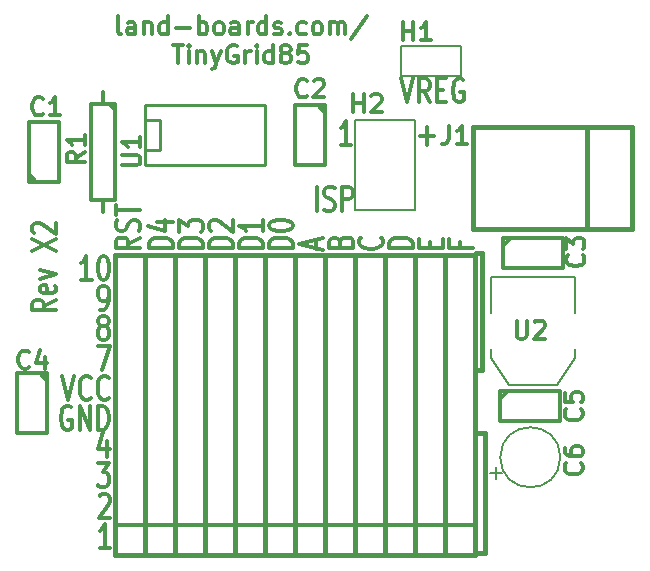
<source format=gto>
G04 (created by PCBNEW (2013-05-31 BZR 4019)-stable) date 7/5/2014 4:02:46 PM*
%MOIN*%
G04 Gerber Fmt 3.4, Leading zero omitted, Abs format*
%FSLAX34Y34*%
G01*
G70*
G90*
G04 APERTURE LIST*
%ADD10C,0.00590551*%
%ADD11C,0.012*%
%ADD12C,0.015*%
%ADD13C,0.008*%
%ADD14C,0.01*%
%ADD15C,0.006*%
%ADD16C,0.005*%
G04 APERTURE END LIST*
G54D10*
G54D11*
X5523Y-14000D02*
X5142Y-14200D01*
X5523Y-14342D02*
X4723Y-14342D01*
X4723Y-14114D01*
X4761Y-14057D01*
X4800Y-14028D01*
X4876Y-14000D01*
X4990Y-14000D01*
X5066Y-14028D01*
X5104Y-14057D01*
X5142Y-14114D01*
X5142Y-14342D01*
X5485Y-13514D02*
X5523Y-13571D01*
X5523Y-13685D01*
X5485Y-13742D01*
X5409Y-13771D01*
X5104Y-13771D01*
X5028Y-13742D01*
X4990Y-13685D01*
X4990Y-13571D01*
X5028Y-13514D01*
X5104Y-13485D01*
X5180Y-13485D01*
X5257Y-13771D01*
X4990Y-13285D02*
X5523Y-13142D01*
X4990Y-13000D01*
X4723Y-12371D02*
X5523Y-11971D01*
X4723Y-11971D02*
X5523Y-12371D01*
X4800Y-11771D02*
X4761Y-11742D01*
X4723Y-11685D01*
X4723Y-11542D01*
X4761Y-11485D01*
X4800Y-11457D01*
X4876Y-11428D01*
X4952Y-11428D01*
X5066Y-11457D01*
X5523Y-11800D01*
X5523Y-11428D01*
X17671Y-8519D02*
X18128Y-8519D01*
X17900Y-8823D02*
X17900Y-8214D01*
X14214Y-11023D02*
X14214Y-10223D01*
X14471Y-10985D02*
X14557Y-11023D01*
X14700Y-11023D01*
X14757Y-10985D01*
X14785Y-10947D01*
X14814Y-10871D01*
X14814Y-10795D01*
X14785Y-10719D01*
X14757Y-10680D01*
X14700Y-10642D01*
X14585Y-10604D01*
X14528Y-10566D01*
X14500Y-10528D01*
X14471Y-10452D01*
X14471Y-10376D01*
X14500Y-10300D01*
X14528Y-10261D01*
X14585Y-10223D01*
X14728Y-10223D01*
X14814Y-10261D01*
X15071Y-11023D02*
X15071Y-10223D01*
X15300Y-10223D01*
X15357Y-10261D01*
X15385Y-10300D01*
X15414Y-10376D01*
X15414Y-10490D01*
X15385Y-10566D01*
X15357Y-10604D01*
X15300Y-10642D01*
X15071Y-10642D01*
X15371Y-8823D02*
X15028Y-8823D01*
X15200Y-8823D02*
X15200Y-8023D01*
X15142Y-8138D01*
X15085Y-8214D01*
X15028Y-8252D01*
X17038Y-6610D02*
X17238Y-7410D01*
X17438Y-6610D01*
X17981Y-7410D02*
X17781Y-7029D01*
X17638Y-7410D02*
X17638Y-6610D01*
X17867Y-6610D01*
X17924Y-6648D01*
X17953Y-6686D01*
X17981Y-6762D01*
X17981Y-6877D01*
X17953Y-6953D01*
X17924Y-6991D01*
X17867Y-7029D01*
X17638Y-7029D01*
X18238Y-6991D02*
X18438Y-6991D01*
X18524Y-7410D02*
X18238Y-7410D01*
X18238Y-6610D01*
X18524Y-6610D01*
X19095Y-6648D02*
X19038Y-6610D01*
X18953Y-6610D01*
X18867Y-6648D01*
X18810Y-6724D01*
X18781Y-6800D01*
X18753Y-6953D01*
X18753Y-7067D01*
X18781Y-7219D01*
X18810Y-7296D01*
X18867Y-7372D01*
X18953Y-7410D01*
X19010Y-7410D01*
X19095Y-7372D01*
X19124Y-7334D01*
X19124Y-7067D01*
X19010Y-7067D01*
G54D12*
X19737Y-12437D02*
X19537Y-12437D01*
X19737Y-16337D02*
X19737Y-12437D01*
X19537Y-16337D02*
X19737Y-16337D01*
X19837Y-18437D02*
X19537Y-18437D01*
X19837Y-22437D02*
X19837Y-18437D01*
X19537Y-22437D02*
X19837Y-22437D01*
G54D11*
X7685Y-5142D02*
X7628Y-5114D01*
X7600Y-5057D01*
X7600Y-4542D01*
X8171Y-5142D02*
X8171Y-4828D01*
X8142Y-4771D01*
X8085Y-4742D01*
X7971Y-4742D01*
X7914Y-4771D01*
X8171Y-5114D02*
X8114Y-5142D01*
X7971Y-5142D01*
X7914Y-5114D01*
X7885Y-5057D01*
X7885Y-5000D01*
X7914Y-4942D01*
X7971Y-4914D01*
X8114Y-4914D01*
X8171Y-4885D01*
X8457Y-4742D02*
X8457Y-5142D01*
X8457Y-4800D02*
X8485Y-4771D01*
X8542Y-4742D01*
X8628Y-4742D01*
X8685Y-4771D01*
X8714Y-4828D01*
X8714Y-5142D01*
X9257Y-5142D02*
X9257Y-4542D01*
X9257Y-5114D02*
X9200Y-5142D01*
X9085Y-5142D01*
X9028Y-5114D01*
X9000Y-5085D01*
X8971Y-5028D01*
X8971Y-4857D01*
X9000Y-4800D01*
X9028Y-4771D01*
X9085Y-4742D01*
X9200Y-4742D01*
X9257Y-4771D01*
X9542Y-4914D02*
X10000Y-4914D01*
X10285Y-5142D02*
X10285Y-4542D01*
X10285Y-4771D02*
X10342Y-4742D01*
X10457Y-4742D01*
X10514Y-4771D01*
X10542Y-4800D01*
X10571Y-4857D01*
X10571Y-5028D01*
X10542Y-5085D01*
X10514Y-5114D01*
X10457Y-5142D01*
X10342Y-5142D01*
X10285Y-5114D01*
X10914Y-5142D02*
X10857Y-5114D01*
X10828Y-5085D01*
X10800Y-5028D01*
X10800Y-4857D01*
X10828Y-4800D01*
X10857Y-4771D01*
X10914Y-4742D01*
X11000Y-4742D01*
X11057Y-4771D01*
X11085Y-4800D01*
X11114Y-4857D01*
X11114Y-5028D01*
X11085Y-5085D01*
X11057Y-5114D01*
X11000Y-5142D01*
X10914Y-5142D01*
X11628Y-5142D02*
X11628Y-4828D01*
X11600Y-4771D01*
X11542Y-4742D01*
X11428Y-4742D01*
X11371Y-4771D01*
X11628Y-5114D02*
X11571Y-5142D01*
X11428Y-5142D01*
X11371Y-5114D01*
X11342Y-5057D01*
X11342Y-5000D01*
X11371Y-4942D01*
X11428Y-4914D01*
X11571Y-4914D01*
X11628Y-4885D01*
X11914Y-5142D02*
X11914Y-4742D01*
X11914Y-4857D02*
X11942Y-4800D01*
X11971Y-4771D01*
X12028Y-4742D01*
X12085Y-4742D01*
X12542Y-5142D02*
X12542Y-4542D01*
X12542Y-5114D02*
X12485Y-5142D01*
X12371Y-5142D01*
X12314Y-5114D01*
X12285Y-5085D01*
X12257Y-5028D01*
X12257Y-4857D01*
X12285Y-4800D01*
X12314Y-4771D01*
X12371Y-4742D01*
X12485Y-4742D01*
X12542Y-4771D01*
X12800Y-5114D02*
X12857Y-5142D01*
X12971Y-5142D01*
X13028Y-5114D01*
X13057Y-5057D01*
X13057Y-5028D01*
X13028Y-4971D01*
X12971Y-4942D01*
X12885Y-4942D01*
X12828Y-4914D01*
X12800Y-4857D01*
X12800Y-4828D01*
X12828Y-4771D01*
X12885Y-4742D01*
X12971Y-4742D01*
X13028Y-4771D01*
X13314Y-5085D02*
X13342Y-5114D01*
X13314Y-5142D01*
X13285Y-5114D01*
X13314Y-5085D01*
X13314Y-5142D01*
X13857Y-5114D02*
X13800Y-5142D01*
X13685Y-5142D01*
X13628Y-5114D01*
X13600Y-5085D01*
X13571Y-5028D01*
X13571Y-4857D01*
X13600Y-4800D01*
X13628Y-4771D01*
X13685Y-4742D01*
X13800Y-4742D01*
X13857Y-4771D01*
X14200Y-5142D02*
X14142Y-5114D01*
X14114Y-5085D01*
X14085Y-5028D01*
X14085Y-4857D01*
X14114Y-4800D01*
X14142Y-4771D01*
X14200Y-4742D01*
X14285Y-4742D01*
X14342Y-4771D01*
X14371Y-4800D01*
X14400Y-4857D01*
X14400Y-5028D01*
X14371Y-5085D01*
X14342Y-5114D01*
X14285Y-5142D01*
X14200Y-5142D01*
X14657Y-5142D02*
X14657Y-4742D01*
X14657Y-4800D02*
X14685Y-4771D01*
X14742Y-4742D01*
X14828Y-4742D01*
X14885Y-4771D01*
X14914Y-4828D01*
X14914Y-5142D01*
X14914Y-4828D02*
X14942Y-4771D01*
X15000Y-4742D01*
X15085Y-4742D01*
X15142Y-4771D01*
X15171Y-4828D01*
X15171Y-5142D01*
X15885Y-4514D02*
X15371Y-5285D01*
X9414Y-5502D02*
X9757Y-5502D01*
X9585Y-6102D02*
X9585Y-5502D01*
X9957Y-6102D02*
X9957Y-5702D01*
X9957Y-5502D02*
X9928Y-5531D01*
X9957Y-5560D01*
X9985Y-5531D01*
X9957Y-5502D01*
X9957Y-5560D01*
X10242Y-5702D02*
X10242Y-6102D01*
X10242Y-5760D02*
X10271Y-5731D01*
X10328Y-5702D01*
X10414Y-5702D01*
X10471Y-5731D01*
X10500Y-5788D01*
X10500Y-6102D01*
X10728Y-5702D02*
X10871Y-6102D01*
X11014Y-5702D02*
X10871Y-6102D01*
X10814Y-6245D01*
X10785Y-6274D01*
X10728Y-6302D01*
X11557Y-5531D02*
X11500Y-5502D01*
X11414Y-5502D01*
X11328Y-5531D01*
X11271Y-5588D01*
X11242Y-5645D01*
X11214Y-5760D01*
X11214Y-5845D01*
X11242Y-5960D01*
X11271Y-6017D01*
X11328Y-6074D01*
X11414Y-6102D01*
X11471Y-6102D01*
X11557Y-6074D01*
X11585Y-6045D01*
X11585Y-5845D01*
X11471Y-5845D01*
X11842Y-6102D02*
X11842Y-5702D01*
X11842Y-5817D02*
X11871Y-5760D01*
X11900Y-5731D01*
X11957Y-5702D01*
X12014Y-5702D01*
X12214Y-6102D02*
X12214Y-5702D01*
X12214Y-5502D02*
X12185Y-5531D01*
X12214Y-5560D01*
X12242Y-5531D01*
X12214Y-5502D01*
X12214Y-5560D01*
X12757Y-6102D02*
X12757Y-5502D01*
X12757Y-6074D02*
X12700Y-6102D01*
X12585Y-6102D01*
X12528Y-6074D01*
X12500Y-6045D01*
X12471Y-5988D01*
X12471Y-5817D01*
X12500Y-5760D01*
X12528Y-5731D01*
X12585Y-5702D01*
X12700Y-5702D01*
X12757Y-5731D01*
X13128Y-5760D02*
X13071Y-5731D01*
X13042Y-5702D01*
X13014Y-5645D01*
X13014Y-5617D01*
X13042Y-5560D01*
X13071Y-5531D01*
X13128Y-5502D01*
X13242Y-5502D01*
X13300Y-5531D01*
X13328Y-5560D01*
X13357Y-5617D01*
X13357Y-5645D01*
X13328Y-5702D01*
X13300Y-5731D01*
X13242Y-5760D01*
X13128Y-5760D01*
X13071Y-5788D01*
X13042Y-5817D01*
X13014Y-5874D01*
X13014Y-5988D01*
X13042Y-6045D01*
X13071Y-6074D01*
X13128Y-6102D01*
X13242Y-6102D01*
X13300Y-6074D01*
X13328Y-6045D01*
X13357Y-5988D01*
X13357Y-5874D01*
X13328Y-5817D01*
X13300Y-5788D01*
X13242Y-5760D01*
X13900Y-5502D02*
X13614Y-5502D01*
X13585Y-5788D01*
X13614Y-5760D01*
X13671Y-5731D01*
X13814Y-5731D01*
X13871Y-5760D01*
X13900Y-5788D01*
X13928Y-5845D01*
X13928Y-5988D01*
X13900Y-6045D01*
X13871Y-6074D01*
X13814Y-6102D01*
X13671Y-6102D01*
X13614Y-6074D01*
X13585Y-6045D01*
X7322Y-22260D02*
X6979Y-22260D01*
X7151Y-22260D02*
X7151Y-21460D01*
X7094Y-21575D01*
X7037Y-21651D01*
X6979Y-21689D01*
X6979Y-20537D02*
X7008Y-20498D01*
X7065Y-20460D01*
X7208Y-20460D01*
X7265Y-20498D01*
X7294Y-20537D01*
X7322Y-20613D01*
X7322Y-20689D01*
X7294Y-20803D01*
X6951Y-21260D01*
X7322Y-21260D01*
X6914Y-19423D02*
X7285Y-19423D01*
X7085Y-19728D01*
X7171Y-19728D01*
X7228Y-19766D01*
X7257Y-19804D01*
X7285Y-19880D01*
X7285Y-20071D01*
X7257Y-20147D01*
X7228Y-20185D01*
X7171Y-20223D01*
X7000Y-20223D01*
X6942Y-20185D01*
X6914Y-20147D01*
X7228Y-18690D02*
X7228Y-19223D01*
X7085Y-18385D02*
X6942Y-18957D01*
X7314Y-18957D01*
X6914Y-15523D02*
X7314Y-15523D01*
X7057Y-16323D01*
X7057Y-14866D02*
X7000Y-14828D01*
X6971Y-14790D01*
X6942Y-14714D01*
X6942Y-14676D01*
X6971Y-14600D01*
X7000Y-14561D01*
X7057Y-14523D01*
X7171Y-14523D01*
X7228Y-14561D01*
X7257Y-14600D01*
X7285Y-14676D01*
X7285Y-14714D01*
X7257Y-14790D01*
X7228Y-14828D01*
X7171Y-14866D01*
X7057Y-14866D01*
X7000Y-14904D01*
X6971Y-14942D01*
X6942Y-15019D01*
X6942Y-15171D01*
X6971Y-15247D01*
X7000Y-15285D01*
X7057Y-15323D01*
X7171Y-15323D01*
X7228Y-15285D01*
X7257Y-15247D01*
X7285Y-15171D01*
X7285Y-15019D01*
X7257Y-14942D01*
X7228Y-14904D01*
X7171Y-14866D01*
X7000Y-14323D02*
X7114Y-14323D01*
X7171Y-14285D01*
X7200Y-14247D01*
X7257Y-14133D01*
X7285Y-13980D01*
X7285Y-13676D01*
X7257Y-13600D01*
X7228Y-13561D01*
X7171Y-13523D01*
X7057Y-13523D01*
X7000Y-13561D01*
X6971Y-13600D01*
X6942Y-13676D01*
X6942Y-13866D01*
X6971Y-13942D01*
X7000Y-13980D01*
X7057Y-14019D01*
X7171Y-14019D01*
X7228Y-13980D01*
X7257Y-13942D01*
X7285Y-13866D01*
X6714Y-13323D02*
X6371Y-13323D01*
X6542Y-13323D02*
X6542Y-12523D01*
X6485Y-12638D01*
X6428Y-12714D01*
X6371Y-12752D01*
X7085Y-12523D02*
X7142Y-12523D01*
X7200Y-12561D01*
X7228Y-12600D01*
X7257Y-12676D01*
X7285Y-12828D01*
X7285Y-13019D01*
X7257Y-13171D01*
X7228Y-13247D01*
X7200Y-13285D01*
X7142Y-13323D01*
X7085Y-13323D01*
X7028Y-13285D01*
X7000Y-13247D01*
X6971Y-13171D01*
X6942Y-13019D01*
X6942Y-12828D01*
X6971Y-12676D01*
X7000Y-12600D01*
X7028Y-12561D01*
X7085Y-12523D01*
X19004Y-12057D02*
X19004Y-12257D01*
X19423Y-12257D02*
X18623Y-12257D01*
X18623Y-11971D01*
X18004Y-12257D02*
X18004Y-12057D01*
X18423Y-11971D02*
X18423Y-12257D01*
X17623Y-12257D01*
X17623Y-11971D01*
X17423Y-12257D02*
X16623Y-12257D01*
X16623Y-12114D01*
X16661Y-12028D01*
X16738Y-11971D01*
X16814Y-11942D01*
X16966Y-11914D01*
X17080Y-11914D01*
X17233Y-11942D01*
X17309Y-11971D01*
X17385Y-12028D01*
X17423Y-12114D01*
X17423Y-12257D01*
X16347Y-11914D02*
X16385Y-11942D01*
X16423Y-12028D01*
X16423Y-12085D01*
X16385Y-12171D01*
X16309Y-12228D01*
X16233Y-12257D01*
X16080Y-12285D01*
X15966Y-12285D01*
X15814Y-12257D01*
X15738Y-12228D01*
X15661Y-12171D01*
X15623Y-12085D01*
X15623Y-12028D01*
X15661Y-11942D01*
X15700Y-11914D01*
X14195Y-12285D02*
X14195Y-12000D01*
X14423Y-12342D02*
X13623Y-12142D01*
X14423Y-11942D01*
X15004Y-12057D02*
X15042Y-11971D01*
X15080Y-11942D01*
X15157Y-11914D01*
X15271Y-11914D01*
X15347Y-11942D01*
X15385Y-11971D01*
X15423Y-12028D01*
X15423Y-12257D01*
X14623Y-12257D01*
X14623Y-12057D01*
X14661Y-12000D01*
X14700Y-11971D01*
X14776Y-11942D01*
X14852Y-11942D01*
X14928Y-11971D01*
X14966Y-12000D01*
X15004Y-12057D01*
X15004Y-12257D01*
X6028Y-17561D02*
X5971Y-17523D01*
X5885Y-17523D01*
X5800Y-17561D01*
X5742Y-17638D01*
X5714Y-17714D01*
X5685Y-17866D01*
X5685Y-17980D01*
X5714Y-18133D01*
X5742Y-18209D01*
X5800Y-18285D01*
X5885Y-18323D01*
X5942Y-18323D01*
X6028Y-18285D01*
X6057Y-18247D01*
X6057Y-17980D01*
X5942Y-17980D01*
X6314Y-18323D02*
X6314Y-17523D01*
X6657Y-18323D01*
X6657Y-17523D01*
X6942Y-18323D02*
X6942Y-17523D01*
X7085Y-17523D01*
X7171Y-17561D01*
X7228Y-17638D01*
X7257Y-17714D01*
X7285Y-17866D01*
X7285Y-17980D01*
X7257Y-18133D01*
X7228Y-18209D01*
X7171Y-18285D01*
X7085Y-18323D01*
X6942Y-18323D01*
X5742Y-16523D02*
X5942Y-17323D01*
X6142Y-16523D01*
X6685Y-17247D02*
X6657Y-17285D01*
X6571Y-17323D01*
X6514Y-17323D01*
X6428Y-17285D01*
X6371Y-17209D01*
X6342Y-17133D01*
X6314Y-16980D01*
X6314Y-16866D01*
X6342Y-16714D01*
X6371Y-16638D01*
X6428Y-16561D01*
X6514Y-16523D01*
X6571Y-16523D01*
X6657Y-16561D01*
X6685Y-16600D01*
X7285Y-17247D02*
X7257Y-17285D01*
X7171Y-17323D01*
X7114Y-17323D01*
X7028Y-17285D01*
X6971Y-17209D01*
X6942Y-17133D01*
X6914Y-16980D01*
X6914Y-16866D01*
X6942Y-16714D01*
X6971Y-16638D01*
X7028Y-16561D01*
X7114Y-16523D01*
X7171Y-16523D01*
X7257Y-16561D01*
X7285Y-16600D01*
X8323Y-11914D02*
X7942Y-12114D01*
X8323Y-12257D02*
X7523Y-12257D01*
X7523Y-12028D01*
X7561Y-11971D01*
X7600Y-11942D01*
X7676Y-11914D01*
X7790Y-11914D01*
X7866Y-11942D01*
X7904Y-11971D01*
X7942Y-12028D01*
X7942Y-12257D01*
X8285Y-11685D02*
X8323Y-11600D01*
X8323Y-11457D01*
X8285Y-11400D01*
X8247Y-11371D01*
X8171Y-11342D01*
X8095Y-11342D01*
X8019Y-11371D01*
X7980Y-11400D01*
X7942Y-11457D01*
X7904Y-11571D01*
X7866Y-11628D01*
X7828Y-11657D01*
X7752Y-11685D01*
X7676Y-11685D01*
X7600Y-11657D01*
X7561Y-11628D01*
X7523Y-11571D01*
X7523Y-11428D01*
X7561Y-11342D01*
X7523Y-11171D02*
X7523Y-10828D01*
X8323Y-11000D02*
X7523Y-11000D01*
X9423Y-12257D02*
X8623Y-12257D01*
X8623Y-12114D01*
X8661Y-12028D01*
X8738Y-11971D01*
X8814Y-11942D01*
X8966Y-11914D01*
X9080Y-11914D01*
X9233Y-11942D01*
X9309Y-11971D01*
X9385Y-12028D01*
X9423Y-12114D01*
X9423Y-12257D01*
X8890Y-11400D02*
X9423Y-11400D01*
X8585Y-11542D02*
X9157Y-11685D01*
X9157Y-11314D01*
X10423Y-12257D02*
X9623Y-12257D01*
X9623Y-12114D01*
X9661Y-12028D01*
X9738Y-11971D01*
X9814Y-11942D01*
X9966Y-11914D01*
X10080Y-11914D01*
X10233Y-11942D01*
X10309Y-11971D01*
X10385Y-12028D01*
X10423Y-12114D01*
X10423Y-12257D01*
X9623Y-11714D02*
X9623Y-11342D01*
X9928Y-11542D01*
X9928Y-11457D01*
X9966Y-11400D01*
X10004Y-11371D01*
X10080Y-11342D01*
X10271Y-11342D01*
X10347Y-11371D01*
X10385Y-11400D01*
X10423Y-11457D01*
X10423Y-11628D01*
X10385Y-11685D01*
X10347Y-11714D01*
X11423Y-12257D02*
X10623Y-12257D01*
X10623Y-12114D01*
X10661Y-12028D01*
X10738Y-11971D01*
X10814Y-11942D01*
X10966Y-11914D01*
X11080Y-11914D01*
X11233Y-11942D01*
X11309Y-11971D01*
X11385Y-12028D01*
X11423Y-12114D01*
X11423Y-12257D01*
X10700Y-11685D02*
X10661Y-11657D01*
X10623Y-11600D01*
X10623Y-11457D01*
X10661Y-11400D01*
X10700Y-11371D01*
X10776Y-11342D01*
X10852Y-11342D01*
X10966Y-11371D01*
X11423Y-11714D01*
X11423Y-11342D01*
X12423Y-12257D02*
X11623Y-12257D01*
X11623Y-12114D01*
X11661Y-12028D01*
X11738Y-11971D01*
X11814Y-11942D01*
X11966Y-11914D01*
X12080Y-11914D01*
X12233Y-11942D01*
X12309Y-11971D01*
X12385Y-12028D01*
X12423Y-12114D01*
X12423Y-12257D01*
X12423Y-11342D02*
X12423Y-11685D01*
X12423Y-11514D02*
X11623Y-11514D01*
X11738Y-11571D01*
X11814Y-11628D01*
X11852Y-11685D01*
X13423Y-12257D02*
X12623Y-12257D01*
X12623Y-12114D01*
X12661Y-12028D01*
X12738Y-11971D01*
X12814Y-11942D01*
X12966Y-11914D01*
X13080Y-11914D01*
X13233Y-11942D01*
X13309Y-11971D01*
X13385Y-12028D01*
X13423Y-12114D01*
X13423Y-12257D01*
X12623Y-11542D02*
X12623Y-11485D01*
X12661Y-11428D01*
X12700Y-11400D01*
X12776Y-11371D01*
X12928Y-11342D01*
X13119Y-11342D01*
X13271Y-11371D01*
X13347Y-11400D01*
X13385Y-11428D01*
X13423Y-11485D01*
X13423Y-11542D01*
X13385Y-11600D01*
X13347Y-11628D01*
X13271Y-11657D01*
X13119Y-11685D01*
X12928Y-11685D01*
X12776Y-11657D01*
X12700Y-11628D01*
X12661Y-11600D01*
X12623Y-11542D01*
G54D13*
X22837Y-14437D02*
X22837Y-13237D01*
X22837Y-13237D02*
X20037Y-13237D01*
X20037Y-13237D02*
X20037Y-14437D01*
X22837Y-15637D02*
X22837Y-15937D01*
X22837Y-15937D02*
X22237Y-16837D01*
X22237Y-16837D02*
X20637Y-16837D01*
X20637Y-16837D02*
X20037Y-15937D01*
X20037Y-15937D02*
X20037Y-15637D01*
G54D14*
X8500Y-8000D02*
X9000Y-8000D01*
X9000Y-8000D02*
X9000Y-9000D01*
X9000Y-9000D02*
X8500Y-9000D01*
X8500Y-7500D02*
X12500Y-7500D01*
X12500Y-7500D02*
X12500Y-9500D01*
X12500Y-9500D02*
X8500Y-9500D01*
X8500Y-9500D02*
X8500Y-7500D01*
G54D15*
X17037Y-6537D02*
X17037Y-5537D01*
X17037Y-5537D02*
X19037Y-5537D01*
X19037Y-5537D02*
X19037Y-6537D01*
X19037Y-6537D02*
X17037Y-6537D01*
G54D12*
X12500Y-22500D02*
X13500Y-22500D01*
X12500Y-22500D02*
X12500Y-12500D01*
X12500Y-12500D02*
X13500Y-12500D01*
X13500Y-12500D02*
X13500Y-22500D01*
G54D11*
X13500Y-21500D02*
X12500Y-21500D01*
G54D12*
X11500Y-22500D02*
X12500Y-22500D01*
X11500Y-22500D02*
X11500Y-12500D01*
X11500Y-12500D02*
X12500Y-12500D01*
X12500Y-12500D02*
X12500Y-22500D01*
G54D11*
X12500Y-21500D02*
X11500Y-21500D01*
G54D12*
X10500Y-22500D02*
X11500Y-22500D01*
X10500Y-22500D02*
X10500Y-12500D01*
X10500Y-12500D02*
X11500Y-12500D01*
X11500Y-12500D02*
X11500Y-22500D01*
G54D11*
X11500Y-21500D02*
X10500Y-21500D01*
G54D12*
X9500Y-22500D02*
X10500Y-22500D01*
X9500Y-22500D02*
X9500Y-12500D01*
X9500Y-12500D02*
X10500Y-12500D01*
X10500Y-12500D02*
X10500Y-22500D01*
G54D11*
X10500Y-21500D02*
X9500Y-21500D01*
G54D12*
X8500Y-22500D02*
X9500Y-22500D01*
X8500Y-22500D02*
X8500Y-12500D01*
X8500Y-12500D02*
X9500Y-12500D01*
X9500Y-12500D02*
X9500Y-22500D01*
G54D11*
X9500Y-21500D02*
X8500Y-21500D01*
G54D12*
X7500Y-22500D02*
X8500Y-22500D01*
X7500Y-22500D02*
X7500Y-12500D01*
X7500Y-12500D02*
X8500Y-12500D01*
X8500Y-12500D02*
X8500Y-22500D01*
G54D11*
X8500Y-21500D02*
X7500Y-21500D01*
X20357Y-17037D02*
X22337Y-17037D01*
X22337Y-17037D02*
X22337Y-18037D01*
X22337Y-18037D02*
X20337Y-18037D01*
X20337Y-18037D02*
X20337Y-17037D01*
X20337Y-17287D02*
X20587Y-17037D01*
X4618Y-10035D02*
X4618Y-8055D01*
X4618Y-8055D02*
X5618Y-8055D01*
X5618Y-8055D02*
X5618Y-10055D01*
X5618Y-10055D02*
X4618Y-10055D01*
X4868Y-10055D02*
X4618Y-9805D01*
X20457Y-11937D02*
X22437Y-11937D01*
X22437Y-11937D02*
X22437Y-12937D01*
X22437Y-12937D02*
X20437Y-12937D01*
X20437Y-12937D02*
X20437Y-11937D01*
X20437Y-12187D02*
X20687Y-11937D01*
X7086Y-7055D02*
X7086Y-7455D01*
X7086Y-7455D02*
X7486Y-7455D01*
X7486Y-7455D02*
X7486Y-10655D01*
X7486Y-10655D02*
X6686Y-10655D01*
X6686Y-10655D02*
X6686Y-7455D01*
X6686Y-7455D02*
X7086Y-7455D01*
X7286Y-7455D02*
X7486Y-7655D01*
X7086Y-11055D02*
X7086Y-10655D01*
G54D12*
X18500Y-22500D02*
X19500Y-22500D01*
X18500Y-22500D02*
X18500Y-12500D01*
X18500Y-12500D02*
X19500Y-12500D01*
X19500Y-12500D02*
X19500Y-22500D01*
G54D11*
X19500Y-21500D02*
X18500Y-21500D01*
G54D12*
X17500Y-22500D02*
X18500Y-22500D01*
X17500Y-22500D02*
X17500Y-12500D01*
X17500Y-12500D02*
X18500Y-12500D01*
X18500Y-12500D02*
X18500Y-22500D01*
G54D11*
X18500Y-21500D02*
X17500Y-21500D01*
G54D12*
X16500Y-22500D02*
X17500Y-22500D01*
X16500Y-22500D02*
X16500Y-12500D01*
X16500Y-12500D02*
X17500Y-12500D01*
X17500Y-12500D02*
X17500Y-22500D01*
G54D11*
X17500Y-21500D02*
X16500Y-21500D01*
G54D12*
X13500Y-22500D02*
X14500Y-22500D01*
X13500Y-22500D02*
X13500Y-12500D01*
X13500Y-12500D02*
X14500Y-12500D01*
X14500Y-12500D02*
X14500Y-22500D01*
G54D11*
X14500Y-21500D02*
X13500Y-21500D01*
G54D12*
X14500Y-22500D02*
X15500Y-22500D01*
X14500Y-22500D02*
X14500Y-12500D01*
X14500Y-12500D02*
X15500Y-12500D01*
X15500Y-12500D02*
X15500Y-22500D01*
G54D11*
X15500Y-21500D02*
X14500Y-21500D01*
G54D12*
X15500Y-22500D02*
X16500Y-22500D01*
X15500Y-22500D02*
X15500Y-12500D01*
X15500Y-12500D02*
X16500Y-12500D01*
X16500Y-12500D02*
X16500Y-22500D01*
G54D11*
X16500Y-21500D02*
X15500Y-21500D01*
X14500Y-7520D02*
X14500Y-9500D01*
X14500Y-9500D02*
X13500Y-9500D01*
X13500Y-9500D02*
X13500Y-7500D01*
X13500Y-7500D02*
X14500Y-7500D01*
X14250Y-7500D02*
X14500Y-7750D01*
X5237Y-16457D02*
X5237Y-18437D01*
X5237Y-18437D02*
X4237Y-18437D01*
X4237Y-18437D02*
X4237Y-16437D01*
X4237Y-16437D02*
X5237Y-16437D01*
X4987Y-16437D02*
X5237Y-16687D01*
G54D16*
X22338Y-19237D02*
G75*
G03X22338Y-19237I-1001J0D01*
G74*
G01*
G54D12*
X24437Y-11637D02*
X24737Y-11637D01*
X24737Y-11637D02*
X24737Y-8237D01*
X24737Y-8237D02*
X24437Y-8237D01*
X23237Y-11637D02*
X23237Y-8237D01*
X19437Y-11637D02*
X19437Y-8237D01*
X24437Y-8237D02*
X19437Y-8237D01*
X24437Y-11637D02*
X19437Y-11637D01*
G54D13*
X15500Y-11000D02*
X15500Y-8000D01*
X17500Y-8000D02*
X17500Y-11000D01*
X17500Y-11000D02*
X15500Y-11000D01*
X15500Y-8000D02*
X17500Y-8000D01*
G54D11*
X20879Y-14679D02*
X20879Y-15165D01*
X20908Y-15222D01*
X20937Y-15251D01*
X20994Y-15279D01*
X21108Y-15279D01*
X21165Y-15251D01*
X21194Y-15222D01*
X21222Y-15165D01*
X21222Y-14679D01*
X21479Y-14737D02*
X21508Y-14708D01*
X21565Y-14679D01*
X21708Y-14679D01*
X21765Y-14708D01*
X21794Y-14737D01*
X21822Y-14794D01*
X21822Y-14851D01*
X21794Y-14937D01*
X21451Y-15279D01*
X21822Y-15279D01*
X7742Y-9507D02*
X8228Y-9507D01*
X8285Y-9478D01*
X8314Y-9450D01*
X8342Y-9392D01*
X8342Y-9278D01*
X8314Y-9221D01*
X8285Y-9192D01*
X8228Y-9164D01*
X7742Y-9164D01*
X8342Y-8564D02*
X8342Y-8907D01*
X8342Y-8735D02*
X7742Y-8735D01*
X7828Y-8792D01*
X7885Y-8850D01*
X7914Y-8907D01*
X17092Y-5342D02*
X17092Y-4742D01*
X17092Y-5028D02*
X17435Y-5028D01*
X17435Y-5342D02*
X17435Y-4742D01*
X18035Y-5342D02*
X17692Y-5342D01*
X17864Y-5342D02*
X17864Y-4742D01*
X17807Y-4828D01*
X17750Y-4885D01*
X17692Y-4914D01*
X23022Y-17637D02*
X23051Y-17665D01*
X23079Y-17751D01*
X23079Y-17808D01*
X23051Y-17894D01*
X22994Y-17951D01*
X22937Y-17979D01*
X22822Y-18008D01*
X22737Y-18008D01*
X22622Y-17979D01*
X22565Y-17951D01*
X22508Y-17894D01*
X22479Y-17808D01*
X22479Y-17751D01*
X22508Y-17665D01*
X22537Y-17637D01*
X22479Y-17094D02*
X22479Y-17379D01*
X22765Y-17408D01*
X22737Y-17379D01*
X22708Y-17322D01*
X22708Y-17179D01*
X22737Y-17122D01*
X22765Y-17094D01*
X22822Y-17065D01*
X22965Y-17065D01*
X23022Y-17094D01*
X23051Y-17122D01*
X23079Y-17179D01*
X23079Y-17322D01*
X23051Y-17379D01*
X23022Y-17408D01*
X5100Y-7785D02*
X5071Y-7814D01*
X4985Y-7842D01*
X4928Y-7842D01*
X4842Y-7814D01*
X4785Y-7757D01*
X4757Y-7700D01*
X4728Y-7585D01*
X4728Y-7500D01*
X4757Y-7385D01*
X4785Y-7328D01*
X4842Y-7271D01*
X4928Y-7242D01*
X4985Y-7242D01*
X5071Y-7271D01*
X5100Y-7300D01*
X5671Y-7842D02*
X5328Y-7842D01*
X5500Y-7842D02*
X5500Y-7242D01*
X5442Y-7328D01*
X5385Y-7385D01*
X5328Y-7414D01*
X23085Y-12500D02*
X23114Y-12528D01*
X23142Y-12614D01*
X23142Y-12671D01*
X23114Y-12757D01*
X23057Y-12814D01*
X23000Y-12842D01*
X22885Y-12871D01*
X22800Y-12871D01*
X22685Y-12842D01*
X22628Y-12814D01*
X22571Y-12757D01*
X22542Y-12671D01*
X22542Y-12614D01*
X22571Y-12528D01*
X22600Y-12500D01*
X22542Y-12300D02*
X22542Y-11928D01*
X22771Y-12128D01*
X22771Y-12042D01*
X22800Y-11985D01*
X22828Y-11957D01*
X22885Y-11928D01*
X23028Y-11928D01*
X23085Y-11957D01*
X23114Y-11985D01*
X23142Y-12042D01*
X23142Y-12214D01*
X23114Y-12271D01*
X23085Y-12300D01*
X6479Y-9055D02*
X6193Y-9255D01*
X6479Y-9397D02*
X5879Y-9397D01*
X5879Y-9169D01*
X5908Y-9112D01*
X5936Y-9083D01*
X5993Y-9055D01*
X6079Y-9055D01*
X6136Y-9083D01*
X6165Y-9112D01*
X6193Y-9169D01*
X6193Y-9397D01*
X6479Y-8483D02*
X6479Y-8826D01*
X6479Y-8655D02*
X5879Y-8655D01*
X5965Y-8712D01*
X6022Y-8769D01*
X6050Y-8826D01*
X13900Y-7185D02*
X13871Y-7214D01*
X13785Y-7242D01*
X13728Y-7242D01*
X13642Y-7214D01*
X13585Y-7157D01*
X13557Y-7100D01*
X13528Y-6985D01*
X13528Y-6900D01*
X13557Y-6785D01*
X13585Y-6728D01*
X13642Y-6671D01*
X13728Y-6642D01*
X13785Y-6642D01*
X13871Y-6671D01*
X13900Y-6700D01*
X14128Y-6700D02*
X14157Y-6671D01*
X14214Y-6642D01*
X14357Y-6642D01*
X14414Y-6671D01*
X14442Y-6700D01*
X14471Y-6757D01*
X14471Y-6814D01*
X14442Y-6900D01*
X14100Y-7242D01*
X14471Y-7242D01*
X4637Y-16222D02*
X4608Y-16251D01*
X4522Y-16279D01*
X4465Y-16279D01*
X4379Y-16251D01*
X4322Y-16194D01*
X4294Y-16137D01*
X4265Y-16022D01*
X4265Y-15937D01*
X4294Y-15822D01*
X4322Y-15765D01*
X4379Y-15708D01*
X4465Y-15679D01*
X4522Y-15679D01*
X4608Y-15708D01*
X4637Y-15737D01*
X5151Y-15879D02*
X5151Y-16279D01*
X5008Y-15651D02*
X4865Y-16079D01*
X5237Y-16079D01*
X23022Y-19437D02*
X23051Y-19465D01*
X23079Y-19551D01*
X23079Y-19608D01*
X23051Y-19694D01*
X22994Y-19751D01*
X22937Y-19779D01*
X22822Y-19808D01*
X22737Y-19808D01*
X22622Y-19779D01*
X22565Y-19751D01*
X22508Y-19694D01*
X22479Y-19608D01*
X22479Y-19551D01*
X22508Y-19465D01*
X22537Y-19437D01*
X22479Y-18922D02*
X22479Y-19037D01*
X22508Y-19094D01*
X22537Y-19122D01*
X22622Y-19179D01*
X22737Y-19208D01*
X22965Y-19208D01*
X23022Y-19179D01*
X23051Y-19151D01*
X23079Y-19094D01*
X23079Y-18979D01*
X23051Y-18922D01*
X23022Y-18894D01*
X22965Y-18865D01*
X22822Y-18865D01*
X22765Y-18894D01*
X22737Y-18922D01*
X22708Y-18979D01*
X22708Y-19094D01*
X22737Y-19151D01*
X22765Y-19179D01*
X22822Y-19208D01*
G54D13*
X19990Y-19763D02*
X20409Y-19763D01*
X20200Y-19972D02*
X20200Y-19553D01*
G54D11*
X18637Y-8179D02*
X18637Y-8608D01*
X18608Y-8694D01*
X18551Y-8751D01*
X18465Y-8779D01*
X18408Y-8779D01*
X19237Y-8779D02*
X18894Y-8779D01*
X19065Y-8779D02*
X19065Y-8179D01*
X19008Y-8265D01*
X18951Y-8322D01*
X18894Y-8351D01*
X15442Y-7742D02*
X15442Y-7142D01*
X15442Y-7428D02*
X15785Y-7428D01*
X15785Y-7742D02*
X15785Y-7142D01*
X16042Y-7200D02*
X16071Y-7171D01*
X16128Y-7142D01*
X16271Y-7142D01*
X16328Y-7171D01*
X16357Y-7200D01*
X16385Y-7257D01*
X16385Y-7314D01*
X16357Y-7400D01*
X16014Y-7742D01*
X16385Y-7742D01*
M02*

</source>
